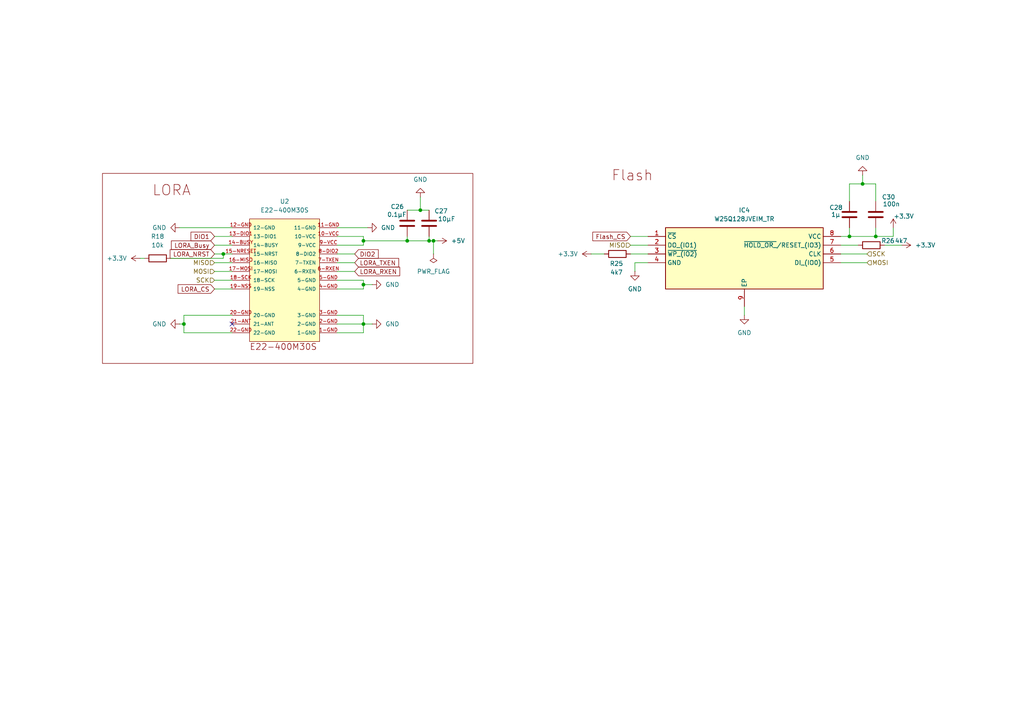
<source format=kicad_sch>
(kicad_sch (version 20250114) (generator "eeschema") (generator_version "9.0")
  (paper "A4")
  (lib_symbols
    (symbol "Device:C" (pin_numbers (hide yes)) (pin_names (offset 0.254))
      (property "Reference" "C" (at 0.635 2.54 0))
      (property "Value" "C" (at 0.635 -2.54 0))
      (symbol "C_0_1"
        (polyline (pts (xy -2.032 0.762) (xy 2.032 0.762)) (stroke (width 0.508)))
        (polyline (pts (xy -2.032 -0.762) (xy 2.032 -0.762)) (stroke (width 0.508)))
      )
      (symbol "C_1_1"
        (pin passive line (at 0 3.81 270) (length 2.794) (name "~") (number "1"))
        (pin passive line (at 0 -3.81 90) (length 2.794) (name "~") (number "2"))
      )
    )
    (symbol "Device:R" (pin_numbers (hide yes)) (pin_names (offset 0))
      (property "Reference" "R" (at 2.032 0 90))
      (property "Value" "R" (at 0 0 90))
      (symbol "R_0_1"
        (rectangle (start -1.016 -2.54) (end 1.016 2.54) (stroke (width 0.254)))
      )
      (symbol "R_1_1"
        (pin passive line (at 0 3.81 270) (length 1.27) (name "~") (number "1"))
        (pin passive line (at 0 -3.81 90) (length 1.27) (name "~") (number "2"))
      )
    )
    (symbol "E22-400M30S:E22-400M30S" (pin_names (offset 1.016))
      (property "Reference" "U" (at 0 0 0))
      (property "Value" "E22-400M30S" (at 0 0 0))
      (symbol "E22-400M30S_0_0"
        (rectangle (start 7.62 0) (end 27.94 35.56) (stroke (width 0.1524)) (fill (type background)))
        (text "E22-400M30S" (at 7.62 -2.54 0) (effects (font (size 1.778 1.778)) (justify left bottom)))
        (pin bidirectional line (at 2.54 33.02 0) (length 5.08) (name "12-GND") (number "12-GND"))
        (pin bidirectional line (at 2.54 30.48 0) (length 5.08) (name "13-DIO1") (number "13-DIO1"))
        (pin bidirectional line (at 2.54 27.94 0) (length 5.08) (name "14-BUSY") (number "14-BUSY"))
        (pin bidirectional line (at 2.54 25.4 0) (length 5.08) (name "15-NRST") (number "15-NRESET"))
        (pin bidirectional line (at 2.54 22.86 0) (length 5.08) (name "16-MISO") (number "16-MISO"))
        (pin bidirectional line (at 2.54 20.32 0) (length 5.08) (name "17-MOSI") (number "17-MOSI"))
        (pin bidirectional line (at 2.54 17.78 0) (length 5.08) (name "18-SCK") (number "18-SCK"))
        (pin bidirectional line (at 2.54 15.24 0) (length 5.08) (name "19-NSS") (number "19-NSS"))
        (pin bidirectional line (at 2.54 7.62 0) (length 5.08) (name "20-GND") (number "20-GND"))
        (pin bidirectional line (at 2.54 5.08 0) (length 5.08) (name "21-ANT") (number "21-ANT"))
        (pin bidirectional line (at 2.54 2.54 0) (length 5.08) (name "22-GND") (number "22-GND"))
        (pin bidirectional line (at 33.02 33.02 180) (length 5.08) (name "11-GND") (number "11-GND"))
        (pin bidirectional line (at 33.02 25.4 180) (length 5.08) (name "8-DIO2") (number "8-DIO2"))
        (pin bidirectional line (at 33.02 22.86 180) (length 5.08) (name "7-TXEN") (number "7-TXEN"))
        (pin bidirectional line (at 33.02 20.32 180) (length 5.08) (name "6-RXEN") (number "6-RXEN"))
        (pin bidirectional line (at 33.02 17.78 180) (length 5.08) (name "5-GND") (number "5-GND"))
        (pin bidirectional line (at 33.02 15.24 180) (length 5.08) (name "4-GND") (number "4-GND"))
        (pin bidirectional line (at 33.02 7.62 180) (length 5.08) (name "3-GND") (number "3-GND"))
        (pin bidirectional line (at 33.02 5.08 180) (length 5.08) (name "2-GND") (number "2-GND"))
        (pin bidirectional line (at 33.02 2.54 180) (length 5.08) (name "1-GND") (number "1-GND"))
      )
      (symbol "E22-400M30S_1_0"
        (pin power_in line (at 33.02 30.48 180) (length 5.08) (name "10-VCC") (number "10-VCC"))
        (pin power_in line (at 33.02 27.94 180) (length 5.08) (name "9-VCC") (number "9-VCC"))
      )
    )
    (symbol "Skyfall_Lib:W25Q128JVEIM_TR"
      (property "Reference" "IC" (at 52.07 7.62 0))
      (property "Value" "W25Q128JVEIM_TR" (at 52.07 5.08 0))
      (symbol "W25Q128JVEIM_TR_1_1"
        (rectangle (start 5.08 2.54) (end 50.8 -15.24) (stroke (width 0.254)) (fill (type background)))
        (pin passive line (at 0 0 0) (length 5.08) (name "~{CS}") (number "1"))
        (pin passive line (at 0 -2.54 0) (length 5.08) (name "DO_(IO1)") (number "2"))
        (pin passive line (at 0 -5.08 0) (length 5.08) (name "~{WP_(IO2)}") (number "3"))
        (pin passive line (at 0 -7.62 0) (length 5.08) (name "GND") (number "4"))
        (pin passive line (at 27.94 -20.32 90) (length 5.08) (name "EP") (number "9"))
        (pin passive line (at 55.88 0 180) (length 5.08) (name "VCC") (number "8"))
        (pin passive line (at 55.88 -2.54 180) (length 5.08) (name "~{HOLD_OR_}/RESET_(IO3)") (number "7"))
        (pin passive line (at 55.88 -5.08 180) (length 5.08) (name "CLK") (number "6"))
        (pin passive line (at 55.88 -7.62 180) (length 5.08) (name "DI_(IO0)") (number "5"))
      )
    )
    (symbol "power:+3.3V" (power) (pin_numbers (hide yes)) (pin_names (offset 0) (hide yes))
      (property "Value" "+3.3V" (at 0 3.556 0))
      (symbol "+3.3V_0_1"
        (polyline (pts (xy -0.762 1.27) (xy 0 2.54)))
        (polyline (pts (xy 0 2.54) (xy 0.762 1.27)))
        (polyline (pts (xy 0 0) (xy 0 2.54)))
      )
      (symbol "+3.3V_1_1"
        (pin power_in line (at 0 0 90) (length 0) (name "~") (number "1"))
      )
    )
    (symbol "power:+5V" (power) (pin_numbers (hide yes)) (pin_names (offset 0) (hide yes))
      (property "Value" "+5V" (at 0 3.556 0))
      (symbol "+5V_0_1"
        (polyline (pts (xy -0.762 1.27) (xy 0 2.54)))
        (polyline (pts (xy 0 2.54) (xy 0.762 1.27)))
        (polyline (pts (xy 0 0) (xy 0 2.54)))
      )
      (symbol "+5V_1_1"
        (pin power_in line (at 0 0 90) (length 0) (name "~") (number "1"))
      )
    )
    (symbol "power:GND" (power) (pin_numbers (hide yes)) (pin_names (offset 0) (hide yes))
      (property "Value" "GND" (at 0 -3.81 0))
      (symbol "GND_0_1"
        (polyline (pts (xy 0 0) (xy 0 -1.27) (xy 1.27 -1.27) (xy 0 -2.54) (xy -1.27 -1.27) (xy 0 -1.27)))
      )
      (symbol "GND_1_1"
        (pin power_in line (at 0 0 270) (length 0) (name "~") (number "1"))
      )
    )
    (symbol "power:PWR_FLAG" (power) (pin_numbers (hide yes)) (pin_names (offset 0) (hide yes))
      (property "Value" "PWR_FLAG" (at 0 3.81 0))
      (symbol "PWR_FLAG_0_0"
        (pin power_out line (at 0 0 90) (length 0) (name "~") (number "1"))
      )
      (symbol "PWR_FLAG_0_1"
        (polyline (pts (xy 0 0) (xy 0 1.27) (xy -1.016 1.905) (xy 0 2.54) (xy 1.016 1.905) (xy 0 1.27)))
      )
    )
  )
  (rectangle (start 29.718 50.292) (end 137.16 105.41) (stroke (width 0) (color 128 0 0 1)))
  (text "LORA\n" (at 49.784 55.372 0) (effects (font (size 3 3))))
  (text "Flash" (at 183.388 51.054 0) (effects (font (size 3 3))))
  (junction (at 118.11 69.85))
  (junction (at 254 68.58))
  (junction (at 105.41 93.98))
  (junction (at 121.92 60.96))
  (junction (at 125.73 69.85))
  (junction (at 246.38 68.58))
  (junction (at 250.19 53.34))
  (junction (at 64.77 73.66))
  (junction (at 124.46 69.85))
  (junction (at 105.41 82.55))
  (junction (at 105.41 69.85))
  (junction (at 53.34 93.98))
  (no_connect (at 67.31 93.98))
  (wire (pts (xy 105.41 91.44) (xy 105.41 93.98)))
  (wire (pts (xy 259.08 68.58) (xy 254 68.58)))
  (wire (pts (xy 105.41 81.28) (xy 105.41 82.55)))
  (wire (pts (xy 246.38 68.58) (xy 243.84 68.58)))
  (wire (pts (xy 246.38 53.34) (xy 250.19 53.34)))
  (wire (pts (xy 215.9 88.9) (xy 215.9 91.44)))
  (wire (pts (xy 97.79 91.44) (xy 105.41 91.44)))
  (wire (pts (xy 182.88 73.66) (xy 187.96 73.66)))
  (wire (pts (xy 97.79 76.2) (xy 102.87 76.2)))
  (wire (pts (xy 182.88 71.12) (xy 187.96 71.12)))
  (wire (pts (xy 243.84 76.2) (xy 251.46 76.2)))
  (wire (pts (xy 105.41 82.55) (xy 105.41 83.82)))
  (wire (pts (xy 243.84 73.66) (xy 251.46 73.66)))
  (wire (pts (xy 62.23 78.74) (xy 67.31 78.74)))
  (wire (pts (xy 62.23 83.82) (xy 67.31 83.82)))
  (wire (pts (xy 62.23 71.12) (xy 67.31 71.12)))
  (wire (pts (xy 97.79 93.98) (xy 105.41 93.98)))
  (wire (pts (xy 171.45 73.66) (xy 175.26 73.66)))
  (wire (pts (xy 118.11 68.58) (xy 118.11 69.85)))
  (wire (pts (xy 62.23 68.58) (xy 67.31 68.58)))
  (wire (pts (xy 105.41 69.85) (xy 105.41 71.12)))
  (wire (pts (xy 118.11 69.85) (xy 124.46 69.85)))
  (wire (pts (xy 254 68.58) (xy 246.38 68.58)))
  (wire (pts (xy 105.41 68.58) (xy 105.41 69.85)))
  (wire (pts (xy 97.79 71.12) (xy 105.41 71.12)))
  (wire (pts (xy 62.23 73.66) (xy 64.77 73.66)))
  (wire (pts (xy 64.77 74.93) (xy 64.77 73.66)))
  (wire (pts (xy 53.34 91.44) (xy 53.34 93.98)))
  (wire (pts (xy 125.73 69.85) (xy 127 69.85)))
  (wire (pts (xy 97.79 66.04) (xy 106.68 66.04)))
  (wire (pts (xy 184.15 78.74) (xy 184.15 76.2)))
  (wire (pts (xy 40.64 74.93) (xy 41.91 74.93)))
  (wire (pts (xy 53.34 93.98) (xy 53.34 96.52)))
  (wire (pts (xy 121.92 60.96) (xy 124.46 60.96)))
  (wire (pts (xy 254 53.34) (xy 254 58.42)))
  (wire (pts (xy 259.08 66.04) (xy 259.08 68.58)))
  (wire (pts (xy 254 66.04) (xy 254 68.58)))
  (wire (pts (xy 125.73 69.85) (xy 125.73 73.66)))
  (wire (pts (xy 97.79 78.74) (xy 102.87 78.74)))
  (wire (pts (xy 105.41 83.82) (xy 97.79 83.82)))
  (wire (pts (xy 52.07 93.98) (xy 53.34 93.98)))
  (wire (pts (xy 64.77 73.66) (xy 67.31 73.66)))
  (wire (pts (xy 118.11 60.96) (xy 121.92 60.96)))
  (wire (pts (xy 124.46 69.85) (xy 125.73 69.85)))
  (wire (pts (xy 52.07 66.04) (xy 67.31 66.04)))
  (wire (pts (xy 243.84 71.12) (xy 248.92 71.12)))
  (wire (pts (xy 97.79 96.52) (xy 105.41 96.52)))
  (wire (pts (xy 105.41 96.52) (xy 105.41 93.98)))
  (wire (pts (xy 256.54 71.12) (xy 261.62 71.12)))
  (wire (pts (xy 182.88 68.58) (xy 187.96 68.58)))
  (wire (pts (xy 250.19 50.8) (xy 250.19 53.34)))
  (wire (pts (xy 97.79 81.28) (xy 105.41 81.28)))
  (wire (pts (xy 62.23 76.2) (xy 67.31 76.2)))
  (wire (pts (xy 124.46 68.58) (xy 124.46 69.85)))
  (wire (pts (xy 97.79 73.66) (xy 102.87 73.66)))
  (wire (pts (xy 121.92 57.15) (xy 121.92 60.96)))
  (wire (pts (xy 53.34 91.44) (xy 67.31 91.44)))
  (wire (pts (xy 184.15 76.2) (xy 187.96 76.2)))
  (wire (pts (xy 97.79 68.58) (xy 105.41 68.58)))
  (wire (pts (xy 246.38 66.04) (xy 246.38 68.58)))
  (wire (pts (xy 246.38 58.42) (xy 246.38 53.34)))
  (wire (pts (xy 105.41 69.85) (xy 118.11 69.85)))
  (wire (pts (xy 49.53 74.93) (xy 64.77 74.93)))
  (wire (pts (xy 53.34 96.52) (xy 67.31 96.52)))
  (wire (pts (xy 105.41 82.55) (xy 107.95 82.55)))
  (wire (pts (xy 105.41 93.98) (xy 107.95 93.98)))
  (wire (pts (xy 250.19 53.34) (xy 254 53.34)))
  (wire (pts (xy 62.23 81.28) (xy 67.31 81.28)))
  (global_label "Flash_CS" (shape input) (at 182.88 68.58 180) (property "Intersheetrefs" "${INTERSHEET_REFS}" (effects (hide yes))))
  (global_label "DIO1" (shape input) (at 62.23 68.58 180) (property "Intersheetrefs" "${INTERSHEET_REFS}" (effects (hide yes))))
  (global_label "LORA_CS" (shape input) (at 62.23 83.82 180) (property "Intersheetrefs" "${INTERSHEET_REFS}" (effects (hide yes))))
  (global_label "LORA_TXEN" (shape input) (at 102.87 76.2 0) (property "Intersheetrefs" "${INTERSHEET_REFS}" (effects (hide yes))))
  (global_label "DIO2" (shape input) (at 102.87 73.66 0) (property "Intersheetrefs" "${INTERSHEET_REFS}" (effects (hide yes))))
  (global_label "LORA_RXEN" (shape input) (at 102.87 78.74 0) (property "Intersheetrefs" "${INTERSHEET_REFS}" (effects (hide yes))))
  (global_label "LORA_NRST" (shape input) (at 62.23 73.66 180) (property "Intersheetrefs" "${INTERSHEET_REFS}" (effects (hide yes))))
  (global_label "LORA_Busy" (shape input) (at 62.23 71.12 180) (property "Intersheetrefs" "${INTERSHEET_REFS}" (effects (hide yes))))
  (hierarchical_label "MISO" (shape input) (at 182.88 71.12 180))
  (hierarchical_label "SCK" (shape input) (at 251.46 73.66 0))
  (hierarchical_label "MOSI" (shape input) (at 251.46 76.2 0))
  (hierarchical_label "SCK" (shape input) (at 62.23 81.28 180))
  (hierarchical_label "MOSI" (shape input) (at 62.23 78.74 180))
  (hierarchical_label "MISO" (shape input) (at 62.23 76.2 180))
  (symbol (lib_id "power:GND") (at 107.95 93.98 90) (unit 1)
    (property "Reference" "#PWR062" (effects (hide yes)))
    (property "Value" "GND" (at 111.76 93.9799 90) (effects (justify right)))
    (property "Description" "Power symbol creates a global label with name \"GND\" , ground" (effects (hide yes)))
  )
  (symbol (lib_id "power:+3.3V") (at 171.45 73.66 90) (unit 1)
    (property "Reference" "#PWR067" (effects (hide yes)))
    (property "Value" "+3.3V" (at 167.64 73.6599 90) (effects (justify left)))
    (property "Description" "Power symbol creates a global label with name \"+3.3V\"" (effects (hide yes)))
  )
  (symbol (lib_id "Device:C") (at 254 62.23 180) (unit 1)
    (property "Reference" "C30" (at 255.778 57.15 0) (effects (justify right)))
    (property "Value" "100n" (at 256.032 59.182 0) (effects (justify right)))
    (property "Footprint" "Capacitor_SMD:C_0603_1608Metric" (effects (hide yes)))
    (property "Description" "Unpolarized capacitor" (effects (hide yes)))
  )
  (symbol (lib_id "E22-400M30S:E22-400M30S") (at 64.77 99.06 0) (unit 1)
    (property "Reference" "U2" (at 82.55 58.42 0))
    (property "Value" "E22-400M30S" (at 82.55 60.96 0))
    (property "Footprint" "E22-400M30S:E22-400M30S" (effects (hide yes)))
    (property "MF" "EBYTE" (effects (hide yes)))
    (property "Description_1" "SX1268 433/470MHz SPI SMD LoRa Module" (effects (hide yes)))
    (property "Package" "Package" (effects (hide yes)))
    (property "Price" "None" (effects (hide yes)))
    (property "SnapEDA_Link" "https://www.snapeda.com/parts/E22-400M30S/EBYTE/view-part/?ref=snap" (effects (hide yes)))
    (property "MP" "E22-400M30S" (effects (hide yes)))
    (property "Availability" "Not in stock" (effects (hide yes)))
    (property "Check_prices" "https://www.snapeda.com/parts/E22-400M30S/EBYTE/view-part/?ref=eda" (effects (hide yes)))
  )
  (symbol (lib_id "power:+3.3V") (at 40.64 74.93 90) (unit 1)
    (property "Reference" "#PWR045" (effects (hide yes)))
    (property "Value" "+3.3V" (at 36.83 74.9299 90) (effects (justify left)))
    (property "Description" "Power symbol creates a global label with name \"+3.3V\"" (effects (hide yes)))
  )
  (symbol (lib_id "power:GND") (at 250.19 50.8 180) (unit 1)
    (property "Reference" "#PWR074" (effects (hide yes)))
    (property "Value" "GND" (at 250.19 45.72 0))
    (property "Description" "Power symbol creates a global label with name \"GND\" , ground" (effects (hide yes)))
  )
  (symbol (lib_id "power:GND") (at 121.92 57.15 180) (unit 1)
    (property "Reference" "#PWR064" (effects (hide yes)))
    (property "Value" "GND" (at 121.92 52.07 0))
    (property "Description" "Power symbol creates a global label with name \"GND\" , ground" (effects (hide yes)))
  )
  (symbol (lib_id "Device:R") (at 45.72 74.93 90) (unit 1)
    (property "Reference" "R18" (at 45.72 68.58 90))
    (property "Value" "10k" (at 45.72 71.12 90))
    (property "Footprint" "Resistor_SMD:R_0603_1608Metric" (effects (hide yes)))
    (property "Description" "Resistor" (effects (hide yes)))
  )
  (symbol (lib_id "power:+3.3V") (at 259.08 66.04 0) (unit 1)
    (property "Reference" "#PWR075" (effects (hide yes)))
    (property "Value" "+3.3V" (at 262.128 62.738 0))
    (property "Description" "Power symbol creates a global label with name \"+3.3V\"" (effects (hide yes)))
  )
  (symbol (lib_id "Device:R") (at 179.07 73.66 90) (unit 1)
    (property "Reference" "R25" (at 178.816 76.454 90))
    (property "Value" "4k7" (at 178.816 78.994 90))
    (property "Footprint" "Resistor_SMD:R_0603_1608Metric" (effects (hide yes)))
    (property "Description" "Resistor" (effects (hide yes)))
  )
  (symbol (lib_id "power:GND") (at 107.95 82.55 90) (unit 1)
    (property "Reference" "#PWR061" (effects (hide yes)))
    (property "Value" "GND" (at 111.76 82.5499 90) (effects (justify right)))
    (property "Description" "Power symbol creates a global label with name \"GND\" , ground" (effects (hide yes)))
  )
  (symbol (lib_id "power:+3.3V") (at 261.62 71.12 270) (unit 1)
    (property "Reference" "#PWR076" (effects (hide yes)))
    (property "Value" "+3.3V" (at 265.43 71.1199 90) (effects (justify left)))
    (property "Description" "Power symbol creates a global label with name \"+3.3V\"" (effects (hide yes)))
  )
  (symbol (lib_id "power:GND") (at 184.15 78.74 0) (unit 1)
    (property "Reference" "#PWR069" (effects (hide yes)))
    (property "Value" "GND" (at 184.15 83.82 0))
    (property "Description" "Power symbol creates a global label with name \"GND\" , ground" (effects (hide yes)))
  )
  (symbol (lib_id "power:GND") (at 106.68 66.04 90) (unit 1)
    (property "Reference" "#PWR060" (effects (hide yes)))
    (property "Value" "GND" (at 110.49 66.0399 90) (effects (justify right)))
    (property "Description" "Power symbol creates a global label with name \"GND\" , ground" (effects (hide yes)))
  )
  (symbol (lib_id "power:GND") (at 215.9 91.44 0) (unit 1)
    (property "Reference" "#PWR070" (effects (hide yes)))
    (property "Value" "GND" (at 215.9 96.52 0))
    (property "Description" "Power symbol creates a global label with name \"GND\" , ground" (effects (hide yes)))
  )
  (symbol (lib_id "power:PWR_FLAG") (at 125.73 73.66 180) (unit 1)
    (property "Reference" "#FLG04" (effects (hide yes)))
    (property "Value" "PWR_FLAG" (at 125.73 78.74 0))
    (property "Description" "Special symbol for telling ERC where power comes from" (effects (hide yes)))
  )
  (symbol (lib_id "Device:C") (at 118.11 64.77 180) (unit 1)
    (property "Reference" "C26" (at 113.284 59.944 0) (effects (justify right)))
    (property "Value" "0.1µF" (at 112.268 62.23 0) (effects (justify right)))
    (property "Footprint" "Capacitor_SMD:C_0603_1608Metric" (effects (hide yes)))
    (property "Description" "Unpolarized capacitor" (effects (hide yes)))
  )
  (symbol (lib_id "Skyfall_Lib:W25Q128JVEIM_TR") (at 187.96 68.58 0) (unit 1)
    (property "Reference" "IC4" (at 215.9 60.96 0))
    (property "Value" "W25Q128JVEIM_TR" (at 215.9 63.5 0))
    (property "Footprint" "Skyfall_Lib:SON127P800X600X80-9N-D" (effects (hide yes)))
    (property "Datasheet" "https://www.winbond.com/resource-files/w25q128jv_dtr%20revc%2003272018%20plus.pdf" (effects (hide yes)))
    (property "Description" "FLASH - NOR Memory IC 128Mbit SPI - Quad I/O, QPI, DTR 133 MHz 8-WSON (8x6)" (effects (hide yes)))
    (property "Height" "0.8" (effects (hide yes)))
    (property "Mouser Part Number" "454-W25Q128JVEIMTR" (effects (hide yes)))
    (property "Mouser Price/Stock" "https://www.mouser.co.uk/ProductDetail/Winbond/W25Q128JVEIM-TR?qs=qSfuJ%252Bfl%2Fd54ntdSnwCGlw%3D%3D" (effects (hide yes)))
    (property "Manufacturer_Name" "Winbond" (effects (hide yes)))
    (property "Manufacturer_Part_Number" "W25Q128JVEIM TR" (effects (hide yes)))
  )
  (symbol (lib_id "Device:R") (at 252.73 71.12 270) (unit 1)
    (property "Reference" "R26" (at 257.556 69.85 90))
    (property "Value" "4k7" (at 261.366 69.85 90))
    (property "Footprint" "Resistor_SMD:R_0603_1608Metric" (effects (hide yes)))
    (property "Description" "Resistor" (effects (hide yes)))
  )
  (symbol (lib_id "Device:C") (at 124.46 64.77 180) (unit 1)
    (property "Reference" "C27" (at 125.984 61.214 0) (effects (justify right)))
    (property "Value" "10µF" (at 127 63.5 0) (effects (justify right)))
    (property "Footprint" "Capacitor_SMD:C_0603_1608Metric" (effects (hide yes)))
    (property "Description" "Unpolarized capacitor" (effects (hide yes)))
  )
  (symbol (lib_id "power:+5V") (at 127 69.85 270) (unit 1)
    (property "Reference" "#PWR066" (effects (hide yes)))
    (property "Value" "+5V" (at 130.81 69.8499 90) (effects (justify left)))
    (property "Description" "Power symbol creates a global label with name \"+5V\"" (effects (hide yes)))
  )
  (symbol (lib_id "power:GND") (at 52.07 93.98 270) (unit 1)
    (property "Reference" "#PWR048" (effects (hide yes)))
    (property "Value" "GND" (at 48.26 93.9799 90) (effects (justify right)))
    (property "Description" "Power symbol creates a global label with name \"GND\" , ground" (effects (hide yes)))
  )
  (symbol (lib_id "power:GND") (at 52.07 66.04 270) (unit 1)
    (property "Reference" "#PWR047" (effects (hide yes)))
    (property "Value" "GND" (at 48.26 66.0399 90) (effects (justify right)))
    (property "Description" "Power symbol creates a global label with name \"GND\" , ground" (effects (hide yes)))
  )
  (symbol (lib_id "Device:C") (at 246.38 62.23 180) (unit 1)
    (property "Reference" "C28" (at 240.538 60.198 0) (effects (justify right)))
    (property "Value" "1µ" (at 241.046 62.23 0) (effects (justify right)))
    (property "Footprint" "Capacitor_SMD:C_0603_1608Metric" (effects (hide yes)))
    (property "Description" "Unpolarized capacitor" (effects (hide yes)))
  )
)
</source>
